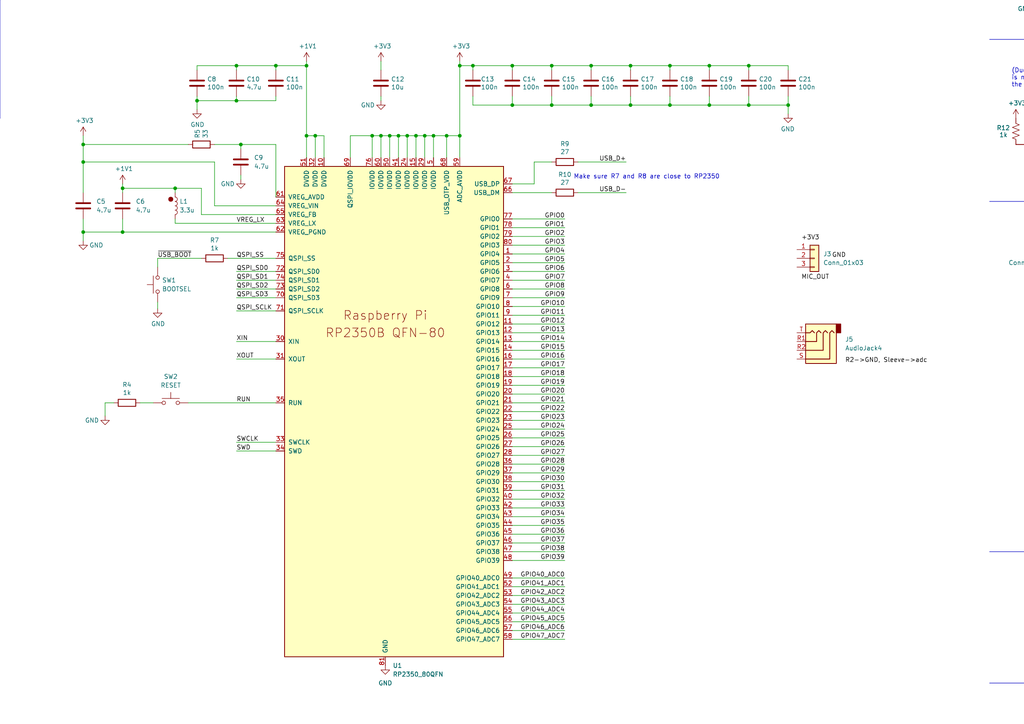
<source format=kicad_sch>
(kicad_sch (version 20250114) (generator "eeschema") (generator_version "9.0")
  (paper "A4")
  (circle (center 49.53 57.785) (radius 0.635) (stroke (width 0) (color 132 0 0 1)) (fill (type color) (color 132 0 0 1)))
  (text "Bottom Debug Breakout" (at 306.324 170.688 0) (effects (font (size 2.54 2.54)) (justify left bottom)))
  (text "Make sure R7 and R8 are close to RP2350\n" (at 166.37 52.07 0) (effects (font (size 1.27 1.27)) (justify left bottom)))
  (text "Primary Flash" (at -136.7394 77.3548 0) (effects (font (size 2.54 2.54)) (justify left bottom)))
  (text "User Buttons" (at 314.96 17.78 0) (effects (font (size 2.54 2.54)) (justify left bottom)))
  (text "(Due to RP2350-E9 errata on the A2 stepping, a weaker pull-down \nis necessary to ensure the pin will go back down to zero when \nthe button is pressed.)" (at 293.37 25.4 0) (effects (font (size 1.27 1.27)) (justify left bottom)))
  (text "USB ESD Protection" (at -125.984 70.612 0) (effects (font (size 2.54 2.54)) (justify left bottom)))
  (text "User LEDs" (at 320.294 -27.432 0) (effects (font (size 2.54 2.54)) (justify left bottom)))
  (text "IOs" (at 324.866 68.326 0) (effects (font (size 2.54 2.54)) (justify left bottom)))
  (text "https://hackaday.com/2024/09/04/the-worsening-raspberry-pi-rp2350-e9-erratum-situation/" (at 327.66 55.88 0) (effects (font (size 0.635 0.635))))
  (text "12MHz Crystal" (at -138.5174 151.2688 0) (effects (font (size 2.54 2.54)) (justify left bottom)))
  (text "Power" (at -99.06 6.35 0) (effects (font (size 2.54 2.54)) (justify left bottom)))
  (junction (at -45.72 17.78))
  (junction (at 148.59 19.05))
  (junction (at 182.88 19.05))
  (junction (at 107.95 39.37))
  (junction (at -118.1974 90.3088))
  (junction (at 194.31 19.05))
  (junction (at -149.9474 169.0488))
  (junction (at 148.59 30.48))
  (junction (at -128.3574 169.0488))
  (junction (at 125.73 39.37))
  (junction (at 80.01 19.05))
  (junction (at 194.31 30.48))
  (junction (at 217.17 19.05))
  (junction (at 182.88 30.48))
  (junction (at 171.45 19.05))
  (junction (at -152.4 58.42))
  (junction (at -128.3574 158.8888))
  (junction (at -105.41 17.78))
  (junction (at 57.15 29.21))
  (junction (at 91.44 39.37))
  (junction (at 137.16 19.05))
  (junction (at 113.03 39.37))
  (junction (at 344.17 41.91))
  (junction (at -129.54 38.1))
  (junction (at 217.17 30.48))
  (junction (at 133.35 39.37))
  (junction (at -109.22 25.4))
  (junction (at 35.56 54.61))
  (junction (at 88.9 39.37))
  (junction (at 110.49 39.37))
  (junction (at 68.58 29.21))
  (junction (at 314.96 41.91))
  (junction (at 129.54 39.37))
  (junction (at 88.9 19.05))
  (junction (at 304.8 41.91))
  (junction (at 24.13 41.91))
  (junction (at 354.33 41.91))
  (junction (at -85.09 17.78))
  (junction (at 50.8 54.61))
  (junction (at 344.17 49.53))
  (junction (at 205.74 30.48))
  (junction (at 118.11 39.37))
  (junction (at -129.54 30.48))
  (junction (at 35.56 67.31))
  (junction (at 115.57 39.37))
  (junction (at 123.19 39.37))
  (junction (at 133.35 19.05))
  (junction (at 171.45 30.48))
  (junction (at 69.85 41.91))
  (junction (at 24.13 46.99))
  (junction (at 24.13 67.31))
  (junction (at 304.8 49.53))
  (junction (at 120.65 39.37))
  (junction (at 228.6 30.48))
  (junction (at 68.58 19.05))
  (junction (at 160.02 30.48))
  (junction (at 160.02 19.05))
  (junction (at -81.28 17.78))
  (junction (at 205.74 19.05))
  (wire (pts (xy -149.9474 158.8888) (xy -149.9474 169.0488)))
  (wire (pts (xy 68.58 81.28) (xy 80.01 81.28)))
  (wire (pts (xy 68.58 104.14) (xy 80.01 104.14)))
  (wire (pts (xy 148.59 142.24) (xy 163.83 142.24)))
  (wire (pts (xy 334.01 180.34) (xy 350.52 180.34)))
  (wire (pts (xy -160.02 110.6288) (xy -130.8974 110.6288)))
  (wire (pts (xy 317.5 106.68) (xy 304.8 106.68)))
  (wire (pts (xy 68.58 86.36) (xy 80.01 86.36)))
  (wire (pts (xy 349.25 121.92) (xy 336.55 121.92)))
  (wire (pts (xy 321.31 -19.05) (xy 321.31 -13.97)))
  (wire (pts (xy 317.5 86.36) (xy 304.8 86.36)))
  (wire (pts (xy 148.59 109.22) (xy 163.83 109.22)))
  (wire (pts (xy 88.9 39.37) (xy 88.9 45.72)))
  (wire (pts (xy 194.31 19.05) (xy 205.74 19.05)))
  (wire (pts (xy 148.59 152.4) (xy 163.83 152.4)))
  (wire (pts (xy 349.25 93.98) (xy 336.55 93.98)))
  (wire (pts (xy 148.59 99.06) (xy 163.83 99.06)))
  (polyline (pts (xy -162.56 0) (xy 0 0)))
  (wire (pts (xy 58.42 74.93) (xy 45.72 74.93)))
  (wire (pts (xy -129.54 17.78) (xy -105.41 17.78)))
  (wire (pts (xy -118.1974 89.0388) (xy -118.1974 90.3088)))
  (wire (pts (xy 349.25 124.46) (xy 336.55 124.46)))
  (wire (pts (xy 217.17 20.32) (xy 217.17 19.05)))
  (wire (pts (xy 304.8 134.62) (xy 317.5 134.62)))
  (wire (pts (xy -55.88 17.78) (xy -45.72 17.78)))
  (wire (pts (xy 182.88 20.32) (xy 182.88 19.05)))
  (wire (pts (xy 148.59 88.9) (xy 163.83 88.9)))
  (wire (pts (xy -85.09 17.78) (xy -81.28 17.78)))
  (wire (pts (xy -152.4 55.88) (xy -152.4 58.42)))
  (wire (pts (xy 54.61 116.84) (xy 80.01 116.84)))
  (wire (pts (xy 148.59 157.48) (xy 163.83 157.48)))
  (wire (pts (xy 317.5 114.3) (xy 304.8 114.3)))
  (wire (pts (xy -129.54 38.1) (xy -129.54 54.61)))
  (wire (pts (xy 40.64 116.84) (xy 44.45 116.84)))
  (wire (pts (xy 228.6 20.32) (xy 228.6 19.05)))
  (wire (pts (xy 323.85 81.28) (xy 304.8 81.28)))
  (wire (pts (xy 317.5 109.22) (xy 304.8 109.22)))
  (wire (pts (xy -139.7874 158.8888) (xy -128.3574 158.8888)))
  (wire (pts (xy 148.59 66.04) (xy 163.83 66.04)))
  (wire (pts (xy 148.59 83.82) (xy 163.83 83.82)))
  (wire (pts (xy 148.59 78.74) (xy 163.83 78.74)))
  (wire (pts (xy -85.09 16.51) (xy -85.09 17.78)))
  (polyline (pts (xy -162.56 0) (xy -162.56 1.27)))
  (wire (pts (xy -63.5 25.4) (xy -63.5 26.67)))
  (wire (pts (xy -45.72 26.67) (xy -45.72 27.94)))
  (wire (pts (xy -144.78 58.42) (xy -152.4 58.42)))
  (wire (pts (xy -118.1974 123.3288) (xy -118.1974 124.5988)))
  (wire (pts (xy 317.5 101.6) (xy 304.8 101.6)))
  (wire (pts (xy 336.55 129.54) (xy 349.25 129.54)))
  (wire (pts (xy -128.3574 167.7788) (xy -128.3574 169.0488)))
  (wire (pts (xy -152.4 58.42) (xy -152.4 59.69)))
  (wire (pts (xy -139.7874 169.0488) (xy -128.3574 169.0488)))
  (wire (pts (xy 24.13 46.99) (xy 62.23 46.99)))
  (wire (pts (xy 148.59 119.38) (xy 163.83 119.38)))
  (wire (pts (xy 91.44 39.37) (xy 93.98 39.37)))
  (wire (pts (xy 68.58 130.81) (xy 80.01 130.81)))
  (wire (pts (xy 68.58 19.05) (xy 80.01 19.05)))
  (wire (pts (xy 336.55 132.08) (xy 349.25 132.08)))
  (wire (pts (xy 123.19 39.37) (xy 123.19 45.72)))
  (wire (pts (xy 24.13 41.91) (xy 24.13 46.99)))
  (wire (pts (xy 68.58 90.17) (xy 80.01 90.17)))
  (wire (pts (xy 317.5 121.92) (xy 304.8 121.92)))
  (wire (pts (xy 50.8 64.77) (xy 80.01 64.77)))
  (wire (pts (xy 137.16 19.05) (xy 148.59 19.05)))
  (wire (pts (xy 120.65 39.37) (xy 123.19 39.37)))
  (wire (pts (xy -134.7074 163.9688) (xy -133.4374 163.9688)))
  (wire (pts (xy 148.59 180.34) (xy 163.83 180.34)))
  (wire (pts (xy 160.02 30.48) (xy 148.59 30.48)))
  (wire (pts (xy 349.25 111.76) (xy 336.55 111.76)))
  (wire (pts (xy 88.9 19.05) (xy 88.9 39.37)))
  (wire (pts (xy -101.6 54.61) (xy -92.71 54.61)))
  (polyline (pts (xy -82.6374 186.8288) (xy -82.6374 132.2188)))
  (wire (pts (xy 228.6 30.48) (xy 217.17 30.48)))
  (wire (pts (xy 88.9 17.78) (xy 88.9 19.05)))
  (wire (pts (xy 113.03 39.37) (xy 113.03 45.72)))
  (wire (pts (xy 336.55 142.24) (xy 349.25 142.24)))
  (wire (pts (xy 349.25 119.38) (xy 336.55 119.38)))
  (wire (pts (xy 57.15 19.05) (xy 68.58 19.05)))
  (wire (pts (xy 80.01 19.05) (xy 88.9 19.05)))
  (wire (pts (xy 125.73 39.37) (xy 125.73 45.72)))
  (wire (pts (xy 336.55 127) (xy 349.25 127)))
  (wire (pts (xy -124.46 52.07) (xy -111.76 52.07)))
  (wire (pts (xy 217.17 19.05) (xy 228.6 19.05)))
  (wire (pts (xy 107.95 39.37) (xy 110.49 39.37)))
  (wire (pts (xy -45.72 17.78) (xy -45.72 16.51)))
  (wire (pts (xy -101.6 52.07) (xy -92.71 52.07)))
  (polyline (pts (xy 287.02 160.02) (xy 368.3 160.02)))
  (wire (pts (xy 304.8 132.08) (xy 317.5 132.08)))
  (wire (pts (xy 317.5 111.76) (xy 304.8 111.76)))
  (wire (pts (xy 317.5 147.32) (xy 304.8 147.32)))
  (wire (pts (xy -81.28 19.05) (xy -81.28 17.78)))
  (wire (pts (xy 80.01 20.32) (xy 80.01 19.05)))
  (wire (pts (xy 349.25 83.82) (xy 336.55 83.82)))
  (wire (pts (xy 317.5 99.06) (xy 304.8 99.06)))
  (wire (pts (xy 91.44 39.37) (xy 91.44 45.72)))
  (wire (pts (xy 148.59 121.92) (xy 163.83 121.92)))
  (wire (pts (xy -121.92 25.4) (xy -109.22 25.4)))
  (wire (pts (xy 148.59 116.84) (xy 163.83 116.84)))
  (wire (pts (xy 304.8 124.46) (xy 317.5 124.46)))
  (wire (pts (xy 317.5 88.9) (xy 304.8 88.9)))
  (wire (pts (xy 110.49 39.37) (xy 110.49 45.72)))
  (wire (pts (xy 118.11 39.37) (xy 120.65 39.37)))
  (wire (pts (xy 182.88 27.94) (xy 182.88 30.48)))
  (wire (pts (xy 148.59 63.5) (xy 163.83 63.5)))
  (wire (pts (xy 133.35 45.72) (xy 133.35 39.37)))
  (wire (pts (xy 110.49 17.78) (xy 110.49 20.32)))
  (wire (pts (xy 336.55 144.78) (xy 349.25 144.78)))
  (wire (pts (xy 148.59 27.94) (xy 148.59 30.48)))
  (wire (pts (xy 349.25 99.06) (xy 336.55 99.06)))
  (wire (pts (xy 101.6 39.37) (xy 101.6 45.72)))
  (wire (pts (xy 194.31 20.32) (xy 194.31 19.05)))
  (wire (pts (xy 171.45 27.94) (xy 171.45 30.48)))
  (wire (pts (xy 148.59 185.42) (xy 163.83 185.42)))
  (wire (pts (xy 148.59 71.12) (xy 163.83 71.12)))
  (wire (pts (xy 148.59 134.62) (xy 163.83 134.62)))
  (wire (pts (xy -105.4974 118.2488) (xy -92.7974 118.2488)))
  (wire (pts (xy 62.23 46.99) (xy 62.23 59.69)))
  (wire (pts (xy 148.59 96.52) (xy 163.83 96.52)))
  (wire (pts (xy -111.8474 90.3088) (xy -118.1974 90.3088)))
  (wire (pts (xy 148.59 144.78) (xy 163.83 144.78)))
  (wire (pts (xy 148.59 20.32) (xy 148.59 19.05)))
  (wire (pts (xy 228.6 27.94) (xy 228.6 30.48)))
  (wire (pts (xy 317.5 96.52) (xy 304.8 96.52)))
  (wire (pts (xy -128.3574 158.8888) (xy -96.6074 158.8888)))
  (wire (pts (xy 344.17 49.53) (xy 354.33 49.53)))
  (wire (pts (xy 317.5 91.44) (xy 304.8 91.44)))
  (wire (pts (xy -147.4074 169.0488) (xy -149.9474 169.0488)))
  (wire (pts (xy 35.56 54.61) (xy 50.8 54.61)))
  (wire (pts (xy 69.85 41.91) (xy 69.85 43.18)))
  (wire (pts (xy 349.25 116.84) (xy 336.55 116.84)))
  (wire (pts (xy -29.21 7.62) (xy -29.21 12.7)))
  (wire (pts (xy 148.59 147.32) (xy 163.83 147.32)))
  (wire (pts (xy 115.57 39.37) (xy 115.57 45.72)))
  (wire (pts (xy 349.25 96.52) (xy 336.55 96.52)))
  (wire (pts (xy 349.25 78.74) (xy 336.55 78.74)))
  (wire (pts (xy 57.15 27.94) (xy 57.15 29.21)))
  (polyline (pts (xy 368.3 11.43) (xy 368.3 -35.56)))
  (wire (pts (xy 349.25 88.9) (xy 336.55 88.9)))
  (wire (pts (xy 167.64 46.99) (xy 181.61 46.99)))
  (polyline (pts (xy -82.55 34.29) (xy 0 34.29)))
  (wire (pts (xy 317.5 116.84) (xy 304.8 116.84)))
  (wire (pts (xy 101.6 39.37) (xy 107.95 39.37)))
  (polyline (pts (xy 0 34.29) (xy 0 0)))
  (wire (pts (xy 148.59 114.3) (xy 163.83 114.3)))
  (wire (pts (xy 148.59 170.18) (xy 163.83 170.18)))
  (wire (pts (xy 344.17 41.91) (xy 354.33 41.91)))
  (wire (pts (xy -142.9624 115.7088) (xy -130.8974 115.7088)))
  (wire (pts (xy 304.8 41.91) (xy 314.96 41.91)))
  (wire (pts (xy 45.72 74.93) (xy 45.72 77.47)))
  (wire (pts (xy 30.48 116.84) (xy 30.48 120.65)))
  (wire (pts (xy -109.22 22.86) (xy -121.92 22.86)))
  (polyline (pts (xy -162.6474 133.4888) (xy -162.6474 186.8288)))
  (wire (pts (xy 148.59 76.2) (xy 163.83 76.2)))
  (polyline (pts (xy 368.3 58.42) (xy 287.02 58.42)))
  (wire (pts (xy 62.23 59.69) (xy 80.01 59.69)))
  (wire (pts (xy 68.58 29.21) (xy 80.01 29.21)))
  (wire (pts (xy 24.13 63.5) (xy 24.13 67.31)))
  (wire (pts (xy 24.13 46.99) (xy 24.13 55.88)))
  (wire (pts (xy -71.12 17.78) (xy -81.28 17.78)))
  (wire (pts (xy 148.59 149.86) (xy 163.83 149.86)))
  (wire (pts (xy 148.59 93.98) (xy 163.83 93.98)))
  (wire (pts (xy 68.58 128.27) (xy 80.01 128.27)))
  (wire (pts (xy -105.4974 110.6288) (xy -92.7974 110.6288)))
  (wire (pts (xy 68.58 20.32) (xy 68.58 19.05)))
  (wire (pts (xy -105.41 16.51) (xy -105.41 17.78)))
  (wire (pts (xy 148.59 91.44) (xy 163.83 91.44)))
  (wire (pts (xy 33.02 116.84) (xy 30.48 116.84)))
  (wire (pts (xy 58.42 54.61) (xy 50.8 54.61)))
  (wire (pts (xy 148.59 177.8) (xy 163.83 177.8)))
  (wire (pts (xy 317.5 104.14) (xy 304.8 104.14)))
  (wire (pts (xy 304.8 142.24) (xy 317.5 142.24)))
  (wire (pts (xy -118.1974 90.3088) (xy -118.1974 103.0088)))
  (wire (pts (xy 24.13 41.91) (xy 54.61 41.91)))
  (wire (pts (xy 349.25 104.14) (xy 336.55 104.14)))
  (wire (pts (xy 120.65 39.37) (xy 120.65 45.72)))
  (wire (pts (xy 148.59 104.14) (xy 163.83 104.14)))
  (wire (pts (xy 148.59 167.64) (xy 163.83 167.64)))
  (wire (pts (xy 35.56 63.5) (xy 35.56 67.31)))
  (wire (pts (xy 308.61 177.8) (xy 321.31 177.8)))
  (wire (pts (xy 35.56 53.34) (xy 35.56 54.61)))
  (wire (pts (xy 314.96 41.91) (xy 318.77 41.91)))
  (wire (pts (xy 80.01 29.21) (xy 80.01 27.94)))
  (wire (pts (xy 323.85 81.28) (xy 323.85 80.01)))
  (polyline (pts (xy -82.6374 133.4888) (xy -82.6374 67.4488)))
  (wire (pts (xy 148.59 86.36) (xy 163.83 86.36)))
  (wire (pts (xy 137.16 20.32) (xy 137.16 19.05)))
  (wire (pts (xy 113.03 39.37) (xy 115.57 39.37)))
  (wire (pts (xy 133.35 17.78) (xy 133.35 19.05)))
  (wire (pts (xy -13.97 7.62) (xy -13.97 12.7)))
  (wire (pts (xy 336.55 139.7) (xy 349.25 139.7)))
  (wire (pts (xy 57.15 29.21) (xy 68.58 29.21)))
  (wire (pts (xy 88.9 39.37) (xy 91.44 39.37)))
  (wire (pts (xy 123.19 39.37) (xy 125.73 39.37)))
  (wire (pts (xy 68.58 78.74) (xy 80.01 78.74)))
  (wire (pts (xy 205.74 19.05) (xy 217.17 19.05)))
  (wire (pts (xy 148.59 137.16) (xy 163.83 137.16)))
  (wire (pts (xy 148.59 111.76) (xy 163.83 111.76)))
  (wire (pts (xy 24.13 39.37) (xy 24.13 41.91)))
  (polyline (pts (xy 287.02 198.12) (xy 368.3 198.12)))
  (wire (pts (xy 304.8 129.54) (xy 317.5 129.54)))
  (wire (pts (xy -81.28 26.67) (xy -81.28 27.94)))
  (wire (pts (xy 160.02 20.32) (xy 160.02 19.05)))
  (wire (pts (xy 194.31 27.94) (xy 194.31 30.48)))
  (wire (pts (xy 148.59 101.6) (xy 163.83 101.6)))
  (wire (pts (xy 228.6 30.48) (xy 228.6 33.02)))
  (wire (pts (xy -160.02 110.49) (xy -160.02 110.6288)))
  (wire (pts (xy 160.02 27.94) (xy 160.02 30.48)))
  (wire (pts (xy 68.58 99.06) (xy 80.01 99.06)))
  (wire (pts (xy -45.72 19.05) (xy -45.72 17.78)))
  (wire (pts (xy 69.85 52.07) (xy 69.85 50.8)))
  (wire (pts (xy 182.88 30.48) (xy 171.45 30.48)))
  (polyline (pts (xy 368.3 11.43) (xy 287.02 11.43)))
  (wire (pts (xy 57.15 20.32) (xy 57.15 19.05)))
  (wire (pts (xy -129.54 30.48) (xy -129.54 33.02)))
  (wire (pts (xy 148.59 19.05) (xy 160.02 19.05)))
  (wire (pts (xy 171.45 20.32) (xy 171.45 19.05)))
  (wire (pts (xy 148.59 162.56) (xy 163.83 162.56)))
  (polyline (pts (xy 368.3 160.02) (xy 368.3 58.42)))
  (polyline (pts (xy -162.6474 133.4888) (xy -82.6374 133.4888)))
  (wire (pts (xy 93.98 39.37) (xy 93.98 45.72)))
  (wire (pts (xy 133.35 19.05) (xy 133.35 39.37)))
  (wire (pts (xy -147.4074 158.8888) (xy -149.9474 158.8888)))
  (wire (pts (xy 107.95 39.37) (xy 107.95 45.72)))
  (wire (pts (xy 50.8 64.77) (xy 50.8 63.5)))
  (wire (pts (xy 304.8 139.7) (xy 317.5 139.7)))
  (wire (pts (xy 300.99 -19.05) (xy 300.99 -13.97)))
  (wire (pts (xy 133.35 19.05) (xy 137.16 19.05)))
  (wire (pts (xy 125.73 39.37) (xy 129.54 39.37)))
  (wire (pts (xy -106.7674 169.0488) (xy -96.6074 169.0488)))
  (wire (pts (xy -105.4974 115.7088) (xy -92.7974 115.7088)))
  (wire (pts (xy 148.59 160.02) (xy 163.83 160.02)))
  (wire (pts (xy 194.31 30.48) (xy 182.88 30.48)))
  (wire (pts (xy 148.59 154.94) (xy 163.83 154.94)))
  (wire (pts (xy -128.3574 160.1588) (xy -128.3574 158.8888)))
  (polyline (pts (xy -82.55 74.93) (xy -82.55 34.29)))
  (wire (pts (xy 129.54 39.37) (xy 133.35 39.37)))
  (wire (pts (xy 148.59 106.68) (xy 163.83 106.68)))
  (wire (pts (xy 137.16 27.94) (xy 137.16 30.48)))
  (wire (pts (xy 349.25 106.68) (xy 336.55 106.68)))
  (wire (pts (xy 57.15 29.21) (xy 57.15 31.75)))
  (wire (pts (xy 205.74 30.48) (xy 194.31 30.48)))
  (wire (pts (xy 317.5 83.82) (xy 304.8 83.82)))
  (wire (pts (xy 349.25 114.3) (xy 336.55 114.3)))
  (wire (pts (xy 354.33 41.91) (xy 359.41 41.91)))
  (wire (pts (xy 148.59 127) (xy 163.83 127)))
  (wire (pts (xy -111.8474 99.1988) (xy -111.8474 100.4688)))
  (wire (pts (xy 148.59 129.54) (xy 163.83 129.54)))
  (wire (pts (xy 321.31 187.96) (xy 321.31 182.88)))
  (wire (pts (xy 69.85 41.91) (xy 80.01 41.91)))
  (wire (pts (xy -91.44 17.78) (xy -85.09 17.78)))
  (wire (pts (xy 304.8 127) (xy 317.5 127)))
  (wire (pts (xy -144.78 55.88) (xy -144.78 58.42)))
  (wire (pts (xy -124.46 30.48) (xy -124.46 52.07)))
  (wire (pts (xy -129.54 35.56) (xy -129.54 38.1)))
  (wire (pts (xy 330.2 81.28) (xy 349.25 81.28)))
  (wire (pts (xy 148.59 132.08) (xy 163.83 132.08)))
  (wire (pts (xy 304.8 49.53) (xy 314.96 49.53)))
  (wire (pts (xy 62.23 41.91) (xy 69.85 41.91)))
  (wire (pts (xy 66.04 74.93) (xy 80.01 74.93)))
  (wire (pts (xy 110.49 39.37) (xy 113.03 39.37)))
  (wire (pts (xy 24.13 67.31) (xy 35.56 67.31)))
  (wire (pts (xy 148.59 55.88) (xy 160.02 55.88)))
  (wire (pts (xy 339.09 -19.05) (xy 339.09 -13.97)))
  (wire (pts (xy 148.59 172.72) (xy 163.83 172.72)))
  (wire (pts (xy 35.56 67.31) (xy 80.01 67.31)))
  (wire (pts (xy 304.8 137.16) (xy 317.5 137.16)))
  (wire (pts (xy 118.11 39.37) (xy 118.11 45.72)))
  (wire (pts (xy -123.2774 163.9688) (xy -122.0074 163.9688)))
  (wire (pts (xy 317.5 119.38) (xy 304.8 119.38)))
  (wire (pts (xy 304.8 78.74) (xy 317.5 78.74)))
  (wire (pts (xy -109.22 25.4) (xy -109.22 22.86)))
  (wire (pts (xy 68.58 27.94) (xy 68.58 29.21)))
  (wire (pts (xy 58.42 62.23) (xy 58.42 54.61)))
  (wire (pts (xy -149.9474 169.0488) (xy -149.9474 171.5888)))
  (wire (pts (xy 24.13 67.31) (xy 24.13 69.85)))
  (wire (pts (xy 148.59 182.88) (xy 163.83 182.88)))
  (wire (pts (xy 349.25 91.44) (xy 336.55 91.44)))
  (wire (pts (xy 154.94 46.99) (xy 154.94 53.34)))
  (wire (pts (xy 148.59 73.66) (xy 163.83 73.66)))
  (wire (pts (xy 217.17 30.48) (xy 205.74 30.48)))
  (wire (pts (xy 58.42 62.23) (xy 80.01 62.23)))
  (wire (pts (xy 110.49 27.94) (xy 110.49 29.21)))
  (wire (pts (xy 349.25 147.32) (xy 336.55 147.32)))
  (wire (pts (xy 171.45 30.48) (xy 160.02 30.48)))
  (wire (pts (xy 35.56 55.88) (xy 35.56 54.61)))
  (wire (pts (xy 45.72 87.63) (xy 45.72 89.535)))
  (wire (pts (xy 115.57 39.37) (xy 118.11 39.37)))
  (wire (pts (xy 349.25 86.36) (xy 336.55 86.36)))
  (wire (pts (xy 182.88 19.05) (xy 194.31 19.05)))
  (wire (pts (xy 304.8 144.78) (xy 317.5 144.78)))
  (polyline (pts (xy 368.3 198.12) (xy 368.3 160.02)))
  (wire (pts (xy 355.6 -19.05) (xy 355.6 -13.97)))
  (wire (pts (xy 349.25 109.22) (xy 336.55 109.22)))
  (wire (pts (xy 80.01 41.91) (xy 80.01 57.15)))
  (wire (pts (xy 217.17 27.94) (xy 217.17 30.48)))
  (wire (pts (xy 205.74 20.32) (xy 205.74 19.05)))
  (wire (pts (xy 349.25 101.6) (xy 336.55 101.6)))
  (wire (pts (xy 154.94 46.99) (xy 160.02 46.99)))
  (polyline (pts (xy 368.3 58.42) (xy 368.3 11.43)))
  (wire (pts (xy 148.59 68.58) (xy 163.83 68.58)))
  (wire (pts (xy 205.74 27.94) (xy 205.74 30.48)))
  (wire (pts (xy 317.5 93.98) (xy 304.8 93.98)))
  (wire (pts (xy 167.64 55.88) (xy 181.61 55.88)))
  (wire (pts (xy 148.59 30.48) (xy 137.16 30.48)))
  (wire (pts (xy 50.8 54.61) (xy 50.8 55.88)))
  (wire (pts (xy 68.58 83.82) (xy 80.01 83.82)))
  (wire (pts (xy 330.2 81.28) (xy 330.2 80.01)))
  (wire (pts (xy 148.59 124.46) (xy 163.83 124.46)))
  (wire (pts (xy 148.59 139.7) (xy 163.83 139.7)))
  (wire (pts (xy -124.46 30.48) (xy -129.54 30.48)))
  (wire (pts (xy 336.55 134.62) (xy 349.25 134.62)))
  (wire (pts (xy -129.54 54.61) (xy -111.76 54.61)))
  (polyline (pts (xy -162.56 186.69) (xy -82.55 186.69)) (stroke (width 0) (type solid)))
  (wire (pts (xy 148.59 81.28) (xy 163.83 81.28)))
  (wire (pts (xy -105.4974 108.0888) (xy -92.7974 108.0888)))
  (wire (pts (xy 160.02 19.05) (xy 171.45 19.05)))
  (wire (pts (xy 171.45 19.05) (xy 182.88 19.05)))
  (wire (pts (xy -105.41 17.78) (xy -101.6 17.78)))
  (wire (pts (xy -111.8474 91.5788) (xy -111.8474 90.3088)))
  (polyline (pts (xy -162.56 0) (xy -162.6474 133.4888)))
  (wire (pts (xy 148.59 175.26) (xy 163.83 175.26)))
  (wire (pts (xy 148.59 53.34) (xy 154.94 53.34)))
  (wire (pts (xy 336.55 137.16) (xy 349.25 137.16)))
  (wire (pts (xy -109.22 27.94) (xy -109.22 25.4)))
  (wire (pts (xy 129.54 45.72) (xy 129.54 39.37)))
  (wire (pts (xy -128.3574 169.0488) (xy -114.3874 169.0488)))
  (label "GPIO28" (at 163.83 134.62 180))
  (label "GPIO35" (at 163.83 152.4 180))
  (label "GPIO16" (at 317.5 124.46 180))
  (label "GPIO34" (at 163.83 149.86 180))
  (label "GPIO4" (at 163.83 73.66 180))
  (label "GPIO42_ADC2" (at 336.55 96.52 0))
  (label "XOUT" (at 68.58 104.14 0))
  (label "USB_D+" (at 181.61 46.99 180))
  (label "GPIO2" (at 163.83 68.58 180))
  (label "GPIO21" (at 163.83 116.84 180))
  (label "USB_D+" (at -92.71 54.61 180))
  (label "R2->GND, Sleeve->adc" (at 245.11 105.41 0))
  (label "GPIO23" (at 321.31 -19.05 180))
  (label "GPIO19" (at 317.5 132.08 180))
  (label "GPIO43_ADC3" (at 163.83 175.26 180))
  (label "GPIO25" (at 336.55 139.7 0))
  (label "QSPI_SD0" (at 68.58 78.74 0))
  (label "GPIO11" (at 163.83 91.44 180))
  (label "GPIO10" (at 163.83 88.9 180))
  (label "GPIO25" (at 163.83 127 180))
  (label "SWCLK" (at 308.61 177.8 0))
  (label "GPIO7" (at 317.5 101.6 180))
  (label "GPIO1" (at 163.83 66.04 180))
  (label "GPIO3" (at 317.5 91.44 180))
  (label "XOUT" (at -96.6074 169.0488 180))
  (label "GPIO13" (at 163.83 96.52 180))
  (label "GPIO36" (at 336.55 111.76 0))
  (label "QSPI_SD2" (at -92.7974 115.7088 180))
  (label "GPIO20" (at 163.83 114.3 180))
  (label "SWCLK" (at 336.55 142.24 0))
  (label "GPIO27" (at 336.55 134.62 0))
  (label "GPIO31" (at 163.83 142.24 180))
  (label "GPIO35" (at 336.55 114.3 0))
  (label "QSPI_SD1" (at -92.7974 110.6288 180))
  (label "GPIO20" (at 317.5 134.62 180))
  (label "GPIO17" (at 317.5 127 180))
  (label "GPIO10" (at 317.5 109.22 180))
  (label "GPIO24" (at 339.09 -19.05 180))
  (label "GPIO42_ADC2" (at 163.83 172.72 180))
  (label "XIN" (at -96.6074 158.8888 180))
  (label "GPIO13" (at 317.5 116.84 180))
  (label "GPIO7" (at 163.83 81.28 180))
  (label "GPIO40_ADC0" (at 336.55 101.6 0))
  (label "VREG_LX" (at 68.58 64.77 0))
  (label "GPIO30" (at 163.83 139.7 180))
  (label "GPIO9" (at 317.5 106.68 180))
  (label "GPIO30" (at 336.55 127 0))
  (label "SWD" (at 68.58 130.81 0))
  (label "+3V3" (at 232.41 69.85 0))
  (label "GPIO43_ADC3" (at 336.55 93.98 0))
  (label "GPIO2" (at 317.5 88.9 180))
  (label "GPIO23" (at 317.5 142.24 180))
  (label "GPIO8" (at 163.83 83.82 180))
  (label "GPIO37" (at 336.55 109.22 0))
  (label "GPIO6" (at 317.5 99.06 180))
  (label "GPIO28" (at 336.55 132.08 0))
  (label "GPIO39" (at 336.55 104.14 0))
  (label "GPIO8" (at 317.5 104.14 180))
  (label "QSPI_SCLK" (at 68.58 90.17 0))
  (label "GPIO34" (at 336.55 116.84 0))
  (label "GPIO11" (at 317.5 111.76 180))
  (label "GPIO40_ADC0" (at 163.83 167.64 180))
  (label "~{USB_BOOT}" (at 45.72 74.93 0))
  (label "SWD" (at 336.55 144.78 0))
  (label "GPIO22" (at 163.83 119.38 180))
  (label "GPIO33" (at 336.55 119.38 0))
  (label "QSPI_SS" (at 68.58 74.93 0))
  (label "GPIO1" (at 317.5 86.36 180))
  (label "GPIO18" (at 317.5 129.54 180))
  (label "GPIO14" (at 317.5 119.38 180))
  (label "GPIO12" (at 163.83 93.98 180))
  (label "GPIO46_ADC6" (at 336.55 86.36 0))
  (label "GPIO46_ADC6" (at 163.83 182.88 180))
  (label "GPIO22" (at 317.5 139.7 180))
  (label "GPIO41_ADC1" (at 163.83 170.18 180))
  (label "GPIO6" (at 163.83 78.74 180))
  (label "USB_D-" (at -92.71 52.07 180))
  (label "RUN" (at 68.58 116.84 0))
  (label "GPIO39" (at 163.83 162.56 180))
  (label "GPIO29" (at 163.83 137.16 180))
  (label "GPIO21" (at 317.5 137.16 180))
  (label "GPIO29" (at 336.55 129.54 0))
  (label "GPIO3" (at 163.83 71.12 180))
  (label "GPIO18" (at 163.83 109.22 180))
  (label "QSPI_SD1" (at 68.58 81.28 0))
  (label "GPIO24" (at 163.83 124.46 180))
  (label "GPIO22" (at 300.99 -19.05 180))
  (label "GPIO5" (at 163.83 76.2 180))
  (label "GPIO16" (at 163.83 104.14 180))
  (label "GPIO47_ADC7" (at 163.83 185.42 180))
  (label "GPIO31" (at 336.55 124.46 0))
  (label "GND" (at 241.3 74.93 0))
  (label "GPIO27" (at 163.83 132.08 180))
  (label "XIN" (at 68.58 99.06 0))
  (label "GPIO19" (at 163.83 111.76 180))
  (label "GPIO26" (at 336.55 137.16 0))
  (label "QSPI_SD3" (at 68.58 86.36 0))
  (label "GPIO26" (at 359.41 41.91 0))
  (label "GPIO44_ADC4" (at 336.55 91.44 0))
  (label "GPIO47_ADC7" (at 336.55 83.82 0))
  (label "GPIO38" (at 163.83 160.02 180))
  (label "QSPI_SD3" (at -92.7974 118.2488 180))
  (label "GPIO4" (at 317.5 93.98 180))
  (label "FLASH_SS" (at -143.5974 110.6288 0))
  (label "GPIO25" (at 355.6 -19.05 180))
  (label "USB_D-" (at 181.61 55.88 180))
  (label "GPIO14" (at 163.83 99.06 180))
  (label "QSPI_SD0" (at -92.7974 108.0888 180))
  (label "GPIO38" (at 336.55 106.68 0))
  (label "GPIO24" (at 317.5 144.78 180))
  (label "GPIO44_ADC4" (at 163.83 177.8 180))
  (label "GPIO0" (at 163.83 63.5 180))
  (label "GPIO9" (at 163.83 86.36 180))
  (label "QSPI_SS" (at -160.02 110.49 0))
  (label "GPIO5" (at 317.5 96.52 180))
  (label "GPIO0" (at 317.5 83.82 180))
  (label "GPIO45_ADC5" (at 163.83 180.34 180))
  (label "MIC_OUT" (at 232.41 81.28 0))
  (label "GPIO21" (at 318.77 41.91 0))
  (label "GPIO15" (at 317.5 121.92 180))
  (label "GPIO33" (at 163.83 147.32 180))
  (label "GPIO45_ADC5" (at 336.55 88.9 0))
  (label "QSPI_SD2" (at 68.58 83.82 0))
  (label "GPIO12" (at 317.5 114.3 180))
  (label "SWCLK" (at 68.58 128.27 0))
  (label "GPIO37" (at 163.83 157.48 180))
  (label "GPIO32" (at 163.83 144.78 180))
  (label "GPIO32" (at 336.55 121.92 0))
  (label "QSPI_SCLK" (at -142.9624 115.7088 0))
  (label "GPIO26" (at 163.83 129.54 180))
  (label "GPIO15" (at 163.83 101.6 180))
  (label "SWD" (at 350.52 180.34 180))
  (label "GPIO17" (at 163.83 106.68 180))
  (label "GPIO23" (at 163.83 121.92 180))
  (label "GPIO36" (at 163.83 154.94 180))
  (label "GPIO41_ADC1" (at 336.55 99.06 0))
  (global_label "PSWD" (shape input) (at 334.01 182.88 0) (property "Intersheetrefs" "${INTERSHEET_REFS}" (effects (hide yes))))
  (global_label "PGND" (shape input) (at 334.01 177.8 0) (property "Intersheetrefs" "${INTERSHEET_REFS}" (effects (hide yes))))
  (global_label "PSWCLK" (shape input) (at 321.31 180.34 180) (property "Intersheetrefs" "${INTERSHEET_REFS}" (effects (hide yes))))
  (symbol (lib_id "Device:C") (at -143.5974 158.8888 270) (unit 1)
    (property "Reference" "C1" (at -142.429 161.8098 0) (effects (justify left)))
    (property "Value" "15p" (at -144.7404 161.8098 0) (effects (justify left)))
    (property "Footprint" "Capacitor_SMD:C_0402_1005Metric" (effects (hide yes)))
  )
  (symbol (lib_id "Device:C") (at -143.5974 169.0488 270) (unit 1)
    (property "Reference" "C2" (at -142.429 171.9698 0) (effects (justify left)))
    (property "Value" "15p" (at -144.7404 171.9698 0) (effects (justify left)))
    (property "Footprint" "Capacitor_SMD:C_0402_1005Metric" (effects (hide yes)))
  )
  (symbol (lib_id "power:GND") (at -149.9474 171.5888 0) (unit 1)
    (property "Reference" "#PWR0121" (effects (hide yes)))
    (property "Value" "GND" (at -149.8204 175.983 0))
  )
  (symbol (lib_id "power:+3V3") (at -118.1974 89.0388 0) (unit 1)
    (property "Reference" "#PWR0122" (effects (hide yes)))
    (property "Value" "+3V3" (at -117.8164 84.6446 0))
  )
  (symbol (lib_id "power:GND") (at -118.1974 124.5988 0) (unit 1)
    (property "Reference" "#PWR0123" (effects (hide yes)))
    (property "Value" "GND" (at -122.0074 125.8688 0))
  )
  (symbol (lib_id "Device:C") (at -111.8474 95.3888 0) (unit 1)
    (property "Reference" "C3" (at -108.9264 94.2204 0) (effects (justify left)))
    (property "Value" "100n" (at -108.9264 96.5318 0) (effects (justify left)))
    (property "Footprint" "Capacitor_SMD:C_0402_1005Metric" (effects (hide yes)))
  )
  (symbol (lib_id "power:GND") (at -111.8474 100.4688 0) (unit 1)
    (property "Reference" "#PWR0124" (effects (hide yes)))
    (property "Value" "GND" (at -108.0374 101.7388 0))
  )
  (symbol (lib_id "Device:R") (at 163.83 46.99 270) (unit 1)
    (property "Reference" "R9" (at 163.83 41.7322 90))
    (property "Value" "27" (at 163.83 44.0436 90))
    (property "Footprint" "Resistor_SMD:R_0402_1005Metric" (effects (hide yes)))
  )
  (symbol (lib_id "Device:R") (at 163.83 55.88 270) (unit 1)
    (property "Reference" "R10" (at 163.83 50.6222 90))
    (property "Value" "27" (at 163.83 52.9336 90))
    (property "Footprint" "Resistor_SMD:R_0402_1005Metric" (effects (hide yes)))
  )
  (symbol (lib_id "power:+3V3") (at 133.35 17.78 0) (unit 1)
    (property "Reference" "#PWR0102" (effects (hide yes)))
    (property "Value" "+3V3" (at 133.731 13.3858 0))
  )
  (symbol (lib_id "Device:C") (at 160.02 24.13 0) (unit 1)
    (property "Reference" "C15" (at 162.941 22.9616 0) (effects (justify left)))
    (property "Value" "100n" (at 162.941 25.273 0) (effects (justify left)))
    (property "Footprint" "Capacitor_SMD:C_0402_1005Metric" (effects (hide yes)))
  )
  (symbol (lib_id "Device:C") (at 171.45 24.13 0) (unit 1)
    (property "Reference" "C16" (at 174.371 22.9616 0) (effects (justify left)))
    (property "Value" "100n" (at 174.371 25.273 0) (effects (justify left)))
    (property "Footprint" "Capacitor_SMD:C_0402_1005Metric" (effects (hide yes)))
  )
  (symbol (lib_id "Device:C") (at 182.88 24.13 0) (unit 1)
    (property "Reference" "C17" (at 185.801 22.9616 0) (effects (justify left)))
    (property "Value" "100n" (at 185.801 25.273 0) (effects (justify left)))
    (property "Footprint" "Capacitor_SMD:C_0402_1005Metric" (effects (hide yes)))
  )
  (symbol (lib_id "Device:C") (at 194.31 24.13 0) (unit 1)
    (property "Reference" "C18" (at 197.231 22.9616 0) (effects (justify left)))
    (property "Value" "100n" (at 197.231 25.273 0) (effects (justify left)))
    (property "Footprint" "Capacitor_SMD:C_0402_1005Metric" (effects (hide yes)))
  )
  (symbol (lib_id "Device:C") (at 205.74 24.13 0) (unit 1)
    (property "Reference" "C19" (at 208.661 22.9616 0) (effects (justify left)))
    (property "Value" "100n" (at 208.661 25.273 0) (effects (justify left)))
    (property "Footprint" "Capacitor_SMD:C_0402_1005Metric" (effects (hide yes)))
  )
  (symbol (lib_id "Device:C") (at 217.17 24.13 0) (unit 1)
    (property "Reference" "C20" (at 220.091 22.9616 0) (effects (justify left)))
    (property "Value" "100n" (at 220.091 25.273 0) (effects (justify left)))
    (property "Footprint" "Capacitor_SMD:C_0402_1005Metric" (effects (hide yes)))
  )
  (symbol (lib_id "Device:R") (at -110.5774 169.0488 270) (unit 1)
    (property "Reference" "R3" (at -110.5774 163.791 90))
    (property "Value" "1k" (at -110.5774 166.1024 90))
    (property "Footprint" "Resistor_SMD:R_0402_1005Metric" (effects (hide yes)))
  )
  (symbol (lib_id "Device:Crystal_GND24") (at -128.3574 163.9688 270) (unit 1)
    (property "Reference" "Y1" (at -123.2774 161.4288 90) (effects (justify left)))
    (property "Value" "ABM8-272-T3" (at -134.7074 156.3488 90) (effects (justify left)))
    (property "Footprint" "Crystal:Crystal_SMD_3225-4Pin_3.2x2.5mm" (effects (hide yes)))
  )
  (symbol (lib_id "power:+3V3") (at 110.49 17.78 0) (unit 1)
    (property "Reference" "#PWR0104" (effects (hide yes)))
    (property "Value" "+3V3" (at 110.871 13.3858 0))
  )
  (symbol (lib_id "Device:C") (at 110.49 24.13 0) (unit 1)
    (property "Reference" "C12" (at 113.411 22.9616 0) (effects (justify left)))
    (property "Value" "10u" (at 113.411 25.273 0) (effects (justify left)))
    (property "Footprint" "Capacitor_SMD:C_0805_2012Metric" (effects (hide yes)))
  )
  (symbol (lib_id "power:GND") (at 110.49 29.21 0) (unit 1)
    (property "Reference" "#PWR0103" (effects (hide yes)))
    (property "Value" "GND" (at 106.68 30.48 0))
  )
  (symbol (lib_id "power:+3V3") (at 323.85 80.01 0) (unit 1)
    (property "Reference" "#PWR0132" (effects (hide yes)))
    (property "Value" "+3V3" (at 324.231 75.6158 0))
  )
  (symbol (lib_id "power:VBUS") (at 336.55 78.74 0) (unit 1)
    (property "Reference" "#PWR0134" (effects (hide yes)))
    (property "Value" "VBUS" (at 336.931 74.3458 0))
  )
  (symbol (lib_id "BAT60JFILM:BAT60JFILM") (at -101.6 17.78 0) (unit 1)
    (property "Reference" "CR1" (at -96.52 11.43 0) (effects (font (size 1.524 1.524))))
    (property "Value" "BAT60JFILM" (at -96.52 13.97 0) (effects (font (size 1.524 1.524))))
    (property "Footprint" "BAT60JFILM:CR_60JFILM_STM" (effects (hide yes)))
    (property "Datasheet" "BAT60JFILM" (effects (hide yes)))
  )
  (symbol (lib_id "Device:C") (at -81.28 22.86 0) (unit 1)
    (property "Reference" "C4" (at -78.359 21.6916 0) (effects (justify left)))
    (property "Value" "10u" (at -78.359 24.003 0) (effects (justify left)))
    (property "Footprint" "Capacitor_SMD:C_0805_2012Metric" (effects (hide yes)))
  )
  (symbol (lib_id "power:VBUS") (at -105.41 16.51 0) (unit 1)
    (property "Reference" "#PWR0113" (effects (hide yes)))
    (property "Value" "UVBUS" (at -105.029 12.1158 0))
  )
  (symbol (lib_id "power:GND") (at 45.72 89.535 0) (unit 1)
    (property "Reference" "#PWR0129" (effects (hide yes)))
    (property "Value" "GND" (at 45.847 93.9292 0))
  )
  (symbol (lib_id "Device:C") (at 80.01 24.13 0) (unit 1)
    (property "Reference" "C11" (at 82.931 22.9616 0) (effects (justify left)))
    (property "Value" "100n" (at 82.931 25.273 0) (effects (justify left)))
    (property "Footprint" "Capacitor_SMD:C_0402_1005Metric" (effects (hide yes)))
  )
  (symbol (lib_id "power:VBUS") (at 317.5 78.74 0) (unit 1)
    (property "Reference" "#PWR0131" (effects (hide yes)))
    (property "Value" "VBUS" (at 317.881 74.3458 0))
  )
  (symbol (lib_id "Power_Protection:USBLC6-2P6") (at -106.68 52.07 0) (unit 1)
    (property "Reference" "U9" (at -102.87 44.45 0) (effects (justify left)))
    (property "Value" "USBLC6-2P6" (at -102.87 46.99 0) (effects (justify left)))
    (property "Footprint" "Package_TO_SOT_SMD:SOT-666" (effects (hide yes)))
    (property "Datasheet" "https://www.st.com/resource/en/datasheet/usblc6-2.pdf" (effects (hide yes)))
    (property "Description" "Very low capacitance ESD protection diode, 2 data-line, SOT-666" (effects (hide yes)))
  )
  (symbol (lib_id "Device:LED") (at 321.31 -2.54 90) (unit 1)
    (property "Reference" "UD2" (at 325.12 -2.2226 90) (effects (justify right)))
    (property "Value" "YELLOW" (at 325.12 0.3174 90) (effects (justify right)))
    (property "Footprint" "LED_SMD:LED_0805_2012Metric" (effects (hide yes)))
    (property "Description" "Light emitting diode" (effects (hide yes)))
  )
  (symbol (lib_id "Device:R_US") (at 355.6 -10.16 0) (unit 1)
    (property "Reference" "R16" (at 358.14 -11.4301 0) (effects (justify left)))
    (property "Value" "510" (at 358.14 -8.8901 0) (effects (justify left)))
    (property "Footprint" "Resistor_SMD:R_0402_1005Metric" (effects (hide yes)))
    (property "Description" "Resistor, US symbol" (effects (hide yes)))
  )
  (symbol (lib_id "Device:R") (at 36.83 116.84 270) (unit 1)
    (property "Reference" "R4" (at 36.83 111.5822 90))
    (property "Value" "1k" (at 36.83 113.8936 90))
    (property "Footprint" "Resistor_SMD:R_0402_1005Metric" (effects (hide yes)))
  )
  (symbol (lib_id "Device:C") (at 148.59 24.13 0) (unit 1)
    (property "Reference" "C14" (at 151.511 22.9616 0) (effects (justify left)))
    (property "Value" "100n" (at 151.511 25.273 0) (effects (justify left)))
    (property "Footprint" "Capacitor_SMD:C_0402_1005Metric" (effects (hide yes)))
  )
  (symbol (lib_id "power:+3V3") (at 294.64 34.29 0) (unit 1)
    (property "Reference" "#PWR0141" (effects (hide yes)))
    (property "Value" "+3V3" (at 295.021 29.8958 0))
  )
  (symbol (lib_id "power:GND") (at -63.5 26.67 0) (unit 1)
    (property "Reference" "#PWR0111" (effects (hide yes)))
    (property "Value" "GND" (at -67.31 27.94 0))
  )
  (symbol (lib_id "Memory_Flash:W25Q128JVS") (at -118.1974 113.1688 0) (unit 1)
    (property "Reference" "U3" (at -127.0874 103.0088 0))
    (property "Value" "W25Q128JVS" (at -110.5774 123.3288 0))
    (property "Footprint" "Package_SO:SOIC-8_5.23x5.23mm_P1.27mm" (effects (hide yes)))
    (property "Datasheet" "http://www.winbond.com/resource-files/w25q128jv_dtr%20revc%2003272018%20plus.pdf" (effects (hide yes)))
  )
  (symbol (lib_id "Device:LED") (at -29.21 24.13 90) (unit 1)
    (property "Reference" "PD1" (at -25.4 24.4474 90) (effects (justify right)))
    (property "Value" "RED" (at -25.4 26.9874 90) (effects (justify right)))
    (property "Footprint" "LED_SMD:LED_0805_2012Metric" (effects (hide yes)))
    (property "Description" "Light emitting diode" (effects (hide yes)))
  )
  (symbol (lib_id "Device:C") (at 228.6 24.13 0) (unit 1)
    (property "Reference" "C21" (at 231.521 22.9616 0) (effects (justify left)))
    (property "Value" "100n" (at 231.521 25.273 0) (effects (justify left)))
    (property "Footprint" "Capacitor_SMD:C_0402_1005Metric" (effects (hide yes)))
  )
  (symbol (lib_id "power:VBUS") (at -106.68 46.99 0) (unit 1)
    (property "Reference" "#PWR5" (effects (hide yes)))
    (property "Value" "UVBUS" (at -106.299 42.5958 0))
  )
  (symbol (lib_id "power:GND") (at 304.8 49.53 0) (unit 1)
    (property "Reference" "#PWR0142" (effects (hide yes)))
    (property "Value" "GND" (at 300.99 50.8 0))
  )
  (symbol (lib_id "Device:R_US") (at 321.31 -10.16 0) (unit 1)
    (property "Reference" "R13" (at 323.85 -11.4301 0) (effects (justify left)))
    (property "Value" "2k" (at 323.85 -8.8901 0) (effects (justify left)))
    (property "Footprint" "Resistor_SMD:R_0402_1005Metric" (effects (hide yes)))
    (property "Description" "Resistor, US symbol" (effects (hide yes)))
  )
  (symbol (lib_id "power:+1V1") (at 35.56 53.34 0) (unit 1)
    (property "Reference" "#PWR0127" (effects (hide yes)))
    (property "Value" "+1V1" (at 35.941 48.9458 0))
  )
  (symbol (lib_id "power:+3V3") (at 330.2 80.01 0) (unit 1)
    (property "Reference" "#PWR0133" (effects (hide yes)))
    (property "Value" "+3V3" (at 330.581 75.6158 0))
  )
  (symbol (lib_id "Device:C") (at 344.17 45.72 0) (unit 1)
    (property "Reference" "C23" (at 347.091 44.5516 0) (effects (justify left)))
    (property "Value" "100n" (at 347.091 46.863 0) (effects (justify left)))
    (property "Footprint" "Capacitor_SMD:C_0402_1005Metric" (effects (hide yes)))
  )
  (symbol (lib_id "power:GND") (at -13.97 27.94 0) (unit 1)
    (property "Reference" "#PWR0115" (effects (hide yes)))
    (property "Value" "GND" (at -13.97 31.75 0))
  )
  (symbol (lib_id "Switch:SW_Push") (at 49.53 116.84 0) (unit 1)
    (property "Reference" "SW2" (at 49.53 109.22 0))
    (property "Value" "RESET" (at 49.53 111.76 0))
    (property "Footprint" "Button_Switch_SMD:SW_SPST_PTS647_Sx38" (effects (hide yes)))
  )
  (symbol (lib_id "Device:R_US") (at 300.99 -10.16 0) (unit 1)
    (property "Reference" "R11" (at 303.53 -11.4301 0) (effects (justify left)))
    (property "Value" "3k" (at 303.53 -8.8901 0) (effects (justify left)))
    (property "Footprint" "Resistor_SMD:R_0402_1005Metric" (effects (hide yes)))
    (property "Description" "Resistor, US symbol" (effects (hide yes)))
  )
  (symbol (lib_id "power:GND") (at -134.7074 163.9688 0) (unit 1)
    (property "Reference" "#PWR0120" (effects (hide yes)))
    (property "Value" "GND" (at -138.5174 165.2388 0))
  )
  (symbol (lib_id "Device:R_US") (at 354.33 45.72 180) (unit 1)
    (property "Reference" "R35" (at 359.41 44.45 0) (effects (justify left)))
    (property "Value" "10k" (at 359.41 46.99 0) (effects (justify left)))
    (property "Footprint" "Resistor_SMD:R_0402_1005Metric" (effects (hide yes)))
    (property "Description" "Resistor, US symbol" (effects (hide yes)))
  )
  (symbol (lib_id "power:GND") (at 339.09 1.27 0) (unit 1)
    (property "Reference" "#PWR0145" (effects (hide yes)))
    (property "Value" "GND" (at 335.28 2.54 0))
  )
  (symbol (lib_id "Device:LED") (at 339.09 -2.54 90) (unit 1)
    (property "Reference" "UD3" (at 342.9 -2.2226 90) (effects (justify right)))
    (property "Value" "GREEN" (at 342.9 0.3174 90) (effects (justify right)))
    (property "Footprint" "LED_SMD:LED_0805_2012Metric" (effects (hide yes)))
    (property "Description" "Light emitting diode" (effects (hide yes)))
  )
  (symbol (lib_id "power:GND") (at -106.68 59.69 0) (unit 1)
    (property "Reference" "#PWR03" (effects (hide yes)))
    (property "Value" "GND" (at -110.49 60.96 0))
  )
  (symbol (lib_id "Switch:SW_Push") (at 299.72 41.91 0) (unit 1)
    (property "Reference" "SW3" (at 299.72 34.29 0))
    (property "Value" "LEFT" (at 299.72 36.83 0))
    (property "Footprint" "Button_Switch_SMD:SW_SPST_PTS647_Sx38" (effects (hide yes)))
  )
  (symbol (lib_id "power:GND") (at 344.17 49.53 0) (unit 1)
    (property "Reference" "#PWR0139" (effects (hide yes)))
    (property "Value" "GND" (at 340.36 50.8 0))
  )
  (symbol (lib_id "Device:R_US") (at -29.21 16.51 0) (unit 1)
    (property "Reference" "R6" (at -26.67 15.2399 0) (effects (justify left)))
    (property "Value" "5.1k" (at -26.67 17.7799 0) (effects (justify left)))
    (property "Footprint" "Resistor_SMD:R_0402_1005Metric" (effects (hide yes)))
    (property "Description" "Resistor, US symbol" (effects (hide yes)))
  )
  (symbol (lib_id "Device:C") (at 69.85 46.99 0) (unit 1)
    (property "Reference" "C9" (at 73.66 45.72 0) (effects (justify left)))
    (property "Value" "4.7u" (at 73.66 48.26 0) (effects (justify left)))
    (property "Footprint" "Capacitor_SMD:C_0402_1005Metric" (effects (hide yes)))
  )
  (symbol (lib_id "Device:L") (at 50.8 59.69 0) (unit 1)
    (property "Reference" "L1" (at 52.07 58.42 0) (effects (justify left)))
    (property "Value" "3.3u" (at 52.07 60.96 0) (effects (justify left)))
    (property "Footprint" "RP2350_80QFN_minimal:L_pol_2016" (effects (hide yes)))
  )
  (symbol (lib_id "power:GND") (at 57.15 31.75 0) (unit 1)
    (property "Reference" "#PWR0126" (effects (hide yes)))
    (property "Value" "GND" (at 57.277 36.1442 0))
  )
  (symbol (lib_id "Device:LED") (at -13.97 24.13 90) (unit 1)
    (property "Reference" "PD2" (at -10.16 24.4474 90) (effects (justify right)))
    (property "Value" "GREEN" (at -10.16 26.9874 90) (effects (justify right)))
    (property "Footprint" "LED_SMD:LED_0805_2012Metric" (effects (hide yes)))
    (property "Description" "Light emitting diode" (effects (hide yes)))
  )
  (symbol (lib_id "Device:R_US") (at -125.73 22.86 90) (unit 1)
    (property "Reference" "R1" (effects (hide yes)))
    (property "Value" "5.1k" (at -125.73 20.066 90))
    (property "Footprint" "Resistor_SMD:R_0402_1005Metric" (effects (hide yes)))
    (property "Description" "Resistor, US symbol" (effects (hide yes)))
  )
  (symbol (lib_id "Device:R_US") (at 294.64 38.1 0) (unit 1)
    (property "Reference" "R12" (at 289.052 37.084 0) (effects (justify left)))
    (property "Value" "1k" (at 289.814 39.116 0) (effects (justify left)))
    (property "Footprint" "Resistor_SMD:R_0402_1005Metric" (effects (hide yes)))
    (property "Description" "Resistor, US symbol" (effects (hide yes)))
  )
  (symbol (lib_id "Connector_Generic:Conn_01x03") (at 236.22 74.93 0) (unit 1)
    (property "Reference" "J3" (at 238.76 73.6599 0) (effects (justify left)))
    (property "Value" "Conn_01x03" (at 238.76 76.1999 0) (effects (justify left)))
    (property "Description" "Generic connector, single row, 01x03, script generated (kicad-library-utils/schlib/autogen/connector/)" (effects (hide yes)))
  )
  (symbol (lib_id "power:GND") (at -81.28 27.94 0) (unit 1)
    (property "Reference" "#PWR0112" (effects (hide yes)))
    (property "Value" "GND" (at -85.09 29.21 0))
  )
  (symbol (lib_id "power:GND") (at 24.13 69.85 0) (mirror y) (unit 1)
    (property "Reference" "#PWR0128" (effects (hide yes)))
    (property "Value" "GND" (at 27.94 71.12 0))
  )
  (symbol (lib_id "power:GND") (at 355.6 1.27 0) (unit 1)
    (property "Reference" "#PWR0144" (effects (hide yes)))
    (property "Value" "GND" (at 351.79 2.54 0))
  )
  (symbol (lib_id "Device:C") (at -45.72 22.86 0) (unit 1)
    (property "Reference" "C7" (at -42.799 21.6916 0) (effects (justify left)))
    (property "Value" "10u" (at -42.799 24.003 0) (effects (justify left)))
    (property "Footprint" "Capacitor_SMD:C_0805_2012Metric" (effects (hide yes)))
  )
  (symbol (lib_id "power:+1V1") (at 88.9 17.78 0) (unit 1)
    (property "Reference" "#PWR0101" (effects (hide yes)))
    (property "Value" "+1V1" (at 89.281 13.3858 0))
  )
  (symbol (lib_id "Device:C") (at 35.56 59.69 0) (unit 1)
    (property "Reference" "C6" (at 39.37 58.42 0) (effects (justify left)))
    (property "Value" "4.7u" (at 39.37 60.96 0) (effects (justify left)))
    (property "Footprint" "RP2350_80QFN_minimal:C_0402_1005Metric_small_pads" (effects (hide yes)))
  )
  (symbol (lib_id "Connector_Audio:AudioJack4") (at 236.22 101.6 180) (unit 1)
    (property "Reference" "J5" (at 245.11 98.4249 0) (effects (justify right)))
    (property "Value" "AudioJack4" (at 245.11 100.9649 0) (effects (justify right)))
    (property "Description" "Audio Jack, 4 Poles (TRRS)" (effects (hide yes)))
  )
  (symbol (lib_id "Switch:SW_Push") (at 339.09 41.91 0) (unit 1)
    (property "Reference" "SW4" (at 339.09 34.29 0))
    (property "Value" "RIGHT" (at 339.09 36.83 0))
    (property "Footprint" "Button_Switch_SMD:SW_SPST_PTS647_Sx38" (effects (hide yes)))
  )
  (symbol (lib_id "Regulator_Linear:NCP1117-3.3_SOT223") (at -63.5 17.78 0) (unit 1)
    (property "Reference" "U2" (at -63.5 11.6332 0))
    (property "Value" "NCP1117-3.3_SOT223" (at -63.5 13.9446 0))
    (property "Footprint" "Package_TO_SOT_SMD:SOT-223-3_TabPin2" (effects (hide yes)))
    (property "Datasheet" "http://www.onsemi.com/pub_link/Collateral/NCP1117-D.PDF" (effects (hide yes)))
  )
  (symbol (lib_id "power:+3V3") (at -45.72 16.51 0) (unit 1)
    (property "Reference" "#PWR0117" (effects (hide yes)))
    (property "Value" "+3V3" (at -45.339 12.1158 0))
  )
  (symbol (lib_id "Connector:USB_C_Receptacle_USB2.0_14P") (at -144.78 33.02 0) (unit 1)
    (property "Reference" "J1" (at -144.78 10.16 0))
    (property "Value" "USB_C_Receptacle_USB2.0_14P" (at -144.78 12.7 0))
    (property "Footprint" "Connector_USB:USB_C_Receptacle_G-Switch_GT-USB-7010ASV" (effects (hide yes)))
    (property "Datasheet" "https://www.usb.org/sites/default/files/documents/usb_type-c.zip" (effects (hide yes)))
    (property "Description" "USB 2.0-only 14P Type-C Receptacle connector" (effects (hide yes)))
  )
  (symbol (lib_id "power:GND") (at -109.22 27.94 0) (unit 1)
    (property "Reference" "#PWR0106" (effects (hide yes)))
    (property "Value" "GND" (at -113.03 29.21 0))
  )
  (symbol (lib_id "Device:R_US") (at 314.96 45.72 180) (unit 1)
    (property "Reference" "R34" (at 320.04 44.45 0) (effects (justify left)))
    (property "Value" "10k" (at 320.04 46.8578 0) (effects (justify left)))
    (property "Footprint" "Resistor_SMD:R_0402_1005Metric" (effects (hide yes)))
    (property "Description" "Resistor, US symbol" (effects (hide yes)))
  )
  (symbol (lib_id "Device:R") (at 62.23 74.93 270) (unit 1)
    (property "Reference" "R7" (at 62.23 69.6722 90))
    (property "Value" "1k" (at 62.23 71.9836 90))
    (property "Footprint" "Resistor_SMD:R_0402_1005Metric" (effects (hide yes)))
  )
  (symbol (lib_id "Device:R_US") (at -13.97 16.51 0) (unit 1)
    (property "Reference" "R8" (at -11.43 15.2399 0) (effects (justify left)))
    (property "Value" "1k" (at -11.43 17.7799 0) (effects (justify left)))
    (property "Footprint" "Resistor_SMD:R_0402_1005Metric" (effects (hide yes)))
    (property "Description" "Resistor, US symbol" (effects (hide yes)))
  )
  (symbol (lib_id "Device:C") (at 57.15 24.13 0) (unit 1)
    (property "Reference" "C8" (at 60.071 22.9616 0) (effects (justify left)))
    (property "Value" "100n" (at 60.071 25.273 0) (effects (justify left)))
    (property "Footprint" "Capacitor_SMD:C_0402_1005Metric" (effects (hide yes)))
  )
  (symbol (lib_id "power:+3V3") (at 334.01 34.29 0) (unit 1)
    (property "Reference" "#PWR0140" (effects (hide yes)))
    (property "Value" "+3V3" (at 334.391 29.8958 0))
  )
  (symbol (lib_id "power:GND") (at -29.21 27.94 0) (unit 1)
    (property "Reference" "#PWR0118" (effects (hide yes)))
    (property "Value" "GND" (at -29.21 31.75 0))
  )
  (symbol (lib_id "Device:R") (at 58.42 41.91 90) (unit 1)
    (property "Reference" "R5" (at 57.2516 40.132 0) (effects (justify left)))
    (property "Value" "33" (at 59.563 40.132 0) (effects (justify left)))
    (property "Footprint" "Resistor_SMD:R_0402_1005Metric" (effects (hide yes)))
  )
  (symbol (lib_id "Connector_Generic:Conn_02x03_Top_Bottom") (at 326.39 180.34 0) (unit 1)
    (property "Reference" "J6" (effects (hide yes)))
    (property "Value" "Conn_02x03_Top_Bottom" (effects (hide yes)))
    (property "Footprint" "Connector_PinSocket_2.54mm:PinSocket_2x03_P2.54mm_Vertical" (effects (hide yes)))
    (property "Description" "Generic connector, double row, 02x03, top/bottom pin numbering scheme (row 1: 1...pins_per_row, row2: pins_per_row+1 ... num_pins), script generated (kicad-library-utils/schlib/autogen/connector/)" (effects (hide yes)))
  )
  (symbol (lib_id "power:GND") (at 300.99 1.27 0) (unit 1)
    (property "Reference" "#PWR0143" (effects (hide yes)))
    (property "Value" "GND" (at 297.18 2.54 0))
  )
  (symbol (lib_name "GND_1") (lib_id "power:GND") (at 336.55 147.32 0) (unit 1)
    (property "Reference" "#PWR02" (effects (hide yes)))
    (property "Value" "GND" (at 336.55 152.4 0))
    (property "Description" "Power symbol creates a global label with name \"GND\" , ground" (effects (hide yes)))
  )
  (symbol (lib_id "Device:C") (at 68.58 24.13 0) (unit 1)
    (property "Reference" "C10" (at 71.501 22.9616 0) (effects (justify left)))
    (property "Value" "4.7u" (at 71.501 25.273 0) (effects (justify left)))
    (property "Footprint" "Capacitor_SMD:C_0402_1005Metric" (effects (hide yes)))
  )
  (symbol (lib_id "Device:C") (at 137.16 24.13 0) (unit 1)
    (property "Reference" "C13" (at 139.446 22.9616 0) (effects (justify left)))
    (property "Value" "100n" (at 139.446 25.273 0) (effects (justify left)))
    (property "Footprint" "Capacitor_SMD:C_0402_1005Metric" (effects (hide yes)))
  )
  (symbol (lib_id "power:+3V3") (at -13.97 7.62 0) (unit 1)
    (property "Reference" "#PWR0114" (effects (hide yes)))
    (property "Value" "+3V3" (at -13.589 3.2258 0))
  )
  (symbol (lib_id "Device:R_US") (at 339.09 -10.16 0) (unit 1)
    (property "Reference" "R15" (at 341.63 -11.4301 0) (effects (justify left)))
    (property "Value" "1k" (at 341.63 -8.8901 0) (effects (justify left)))
    (property "Footprint" "Resistor_SMD:R_0402_1005Metric" (effects (hide yes)))
    (property "Description" "Resistor, US symbol" (effects (hide yes)))
  )
  (symbol (lib_id "power:GND") (at -152.4 59.69 0) (unit 1)
    (property "Reference" "#PWR0107" (effects (hide yes)))
    (property "Value" "GND" (at -152.273 64.0842 0))
  )
  (symbol (lib_id "Switch:SW_Push") (at 45.72 82.55 90) (unit 1)
    (property "Reference" "SW1" (at 46.99 81.2799 90) (effects (justify right)))
    (property "Value" "BOOTSEL" (at 46.99 83.8199 90) (effects (justify right)))
    (property "Footprint" "Button_Switch_SMD:SW_SPST_PTS647_Sx38" (effects (hide yes)))
  )
  (symbol (lib_id "Device:C") (at 24.13 59.69 0) (unit 1)
    (property "Reference" "C5" (at 27.94 58.42 0) (effects (justify left)))
    (property "Value" "4.7u" (at 27.94 60.96 0) (effects (justify left)))
    (property "Footprint" "RP2350_80QFN_minimal:C_0402_1005Metric_small_pads" (effects (hide yes)))
  )
  (symbol (lib_id "Device:C") (at 304.8 45.72 0) (unit 1)
    (property "Reference" "C22" (at 307.721 44.5516 0) (effects (justify left)))
    (property "Value" "100n" (at 307.721 46.863 0) (effects (justify left)))
    (property "Footprint" "Capacitor_SMD:C_0402_1005Metric" (effects (hide yes)))
  )
  (symbol (lib_id "Device:LED") (at 300.99 -2.54 90) (unit 1)
    (property "Reference" "UD1" (at 304.8 -2.2226 90) (effects (justify right)))
    (property "Value" "RED" (at 304.8 0.3174 90) (effects (justify right)))
    (property "Footprint" "LED_SMD:LED_0805_2012Metric" (effects (hide yes)))
    (property "Description" "Light emitting diode" (effects (hide yes)))
  )
  (symbol (lib_id "power:GND") (at 228.6 33.02 0) (mirror y) (unit 1)
    (property "Reference" "#PWR0138" (effects (hide yes)))
    (property "Value" "GND" (at 228.473 37.4142 0))
  )
  (symbol (lib_id "Device:R_US") (at 334.01 38.1 0) (unit 1)
    (property "Reference" "R14" (at 328.422 37.084 0) (effects (justify left)))
    (property "Value" "1k" (at 329.184 39.116 0) (effects (justify left)))
    (property "Footprint" "Resistor_SMD:R_0402_1005Metric" (effects (hide yes)))
    (property "Description" "Resistor, US symbol" (effects (hide yes)))
  )
  (symbol (lib_name "GND_2") (lib_id "power:GND") (at 321.31 187.96 0) (unit 1)
    (property "Reference" "#PWR06" (effects (hide yes)))
    (property "Value" "GND" (at 321.31 193.04 0))
    (property "Description" "Power symbol creates a global label with name \"GND\" , ground" (effects (hide yes)))
  )
  (symbol (lib_id "Connector:Conn_01x28_Pin") (at 354.33 111.76 0) (mirror y) (unit 1)
    (property "Reference" "J4" (at 353.695 73.66 0))
    (property "Value" "Conn_01x28_Pin" (at 353.695 76.2 0))
    (property "Footprint" "Connector_PinHeader_2.54mm:PinHeader_1x28_P2.54mm_Vertical" (effects (hide yes)))
    (property "Description" "Generic connector, single row, 01x28, script generated" (effects (hide yes)))
  )
  (symbol (lib_id "power:+3V3") (at 24.13 39.37 0) (unit 1)
    (property "Reference" "#PWR0108" (effects (hide yes)))
    (property "Value" "+3V3" (at 24.511 34.9758 0))
  )
  (symbol (lib_id "MCU_RaspberryPi_RP2350:RP2350_80QFN") (at 111.76 96.52 0) (unit 1)
    (property "Reference" "U1" (at 113.9033 193.04 0) (effects (justify left)))
    (property "Value" "RP2350_80QFN" (at 113.9033 195.58 0) (effects (justify left)))
    (property "Footprint" "RP2350_80QFN_minimal:RP2350-QFN-80-1EP_10x10_P0.4mm_EP3.4x3.4mm_ThermalVias" (effects (hide yes)))
  )
  (symbol (lib_id "power:GND") (at 321.31 1.27 0) (unit 1)
    (property "Reference" "#PWR0146" (effects (hide yes)))
    (property "Value" "GND" (at 317.5 2.54 0))
  )
  (symbol (lib_name "GND_3") (lib_id "power:GND") (at 111.76 193.04 0) (unit 1)
    (property "Reference" "#PWR04" (effects (hide yes)))
    (property "Value" "GND" (at 111.76 198.12 0))
    (property "Description" "Power symbol creates a global label with name \"GND\" , ground" (effects (hide yes)))
  )
  (symbol (lib_id "power:GND") (at -45.72 27.94 0) (unit 1)
    (property "Reference" "#PWR0110" (effects (hide yes)))
    (property "Value" "GND" (at -49.53 29.21 0))
  )
  (symbol (lib_id "power:GND") (at 69.85 52.07 0) (unit 1)
    (property "Reference" "#PWR0125" (effects (hide yes)))
    (property "Value" "GND" (at 66.04 53.34 0))
  )
  (symbol (lib_name "GND_1") (lib_id "power:GND") (at 317.5 147.32 0) (unit 1)
    (property "Reference" "#PWR01" (effects (hide yes)))
    (property "Value" "GND" (at 317.5 152.4 0))
    (property "Description" "Power symbol creates a global label with name \"GND\" , ground" (effects (hide yes)))
  )
  (symbol (lib_id "power:VBUS") (at -29.21 7.62 0) (unit 1)
    (property "Reference" "#PWR0116" (effects (hide yes)))
    (property "Value" "VBUS" (at -28.829 3.2258 0))
  )
  (symbol (lib_id "power:GND") (at 30.48 120.65 0) (unit 1)
    (property "Reference" "#PWR0130" (effects (hide yes)))
    (property "Value" "GND" (at 26.67 121.92 0))
  )
  (symbol (lib_id "Device:LED") (at 355.6 -2.54 90) (unit 1)
    (property "Reference" "UD4" (at 359.41 -2.2226 90) (effects (justify right)))
    (property "Value" "BLUE" (at 359.41 0.3174 90) (effects (justify right)))
    (property "Footprint" "LED_SMD:LED_0805_2012Metric" (effects (hide yes)))
    (property "Description" "Light emitting diode" (effects (hide yes)))
  )
  (symbol (lib_id "Device:R_US") (at -125.73 25.4 90) (unit 1)
    (property "Reference" "R2" (effects (hide yes)))
    (property "Value" "5.1k" (effects (hide yes)))
    (property "Footprint" "Resistor_SMD:R_0402_1005Metric" (effects (hide yes)))
    (property "Description" "Resistor, US symbol" (effects (hide yes)))
  )
  (symbol (lib_id "power:VBUS") (at -85.09 16.51 0) (unit 1)
    (property "Reference" "#PWR0109" (effects (hide yes)))
    (property "Value" "VBUS" (at -84.709 12.1158 0))
  )
  (symbol (lib_id "Connector:Conn_01x28_Pin") (at 299.72 111.76 0) (unit 1)
    (property "Reference" "J2" (at 300.355 73.66 0))
    (property "Value" "Conn_01x28_Pin" (at 300.355 76.2 0))
    (property "Footprint" "Connector_PinHeader_2.54mm:PinHeader_1x28_P2.54mm_Vertical" (effects (hide yes)))
    (property "Description" "Generic connector, single row, 01x28, script generated" (effects (hide yes)))
  )
  (symbol (lib_id "power:GND") (at -122.0074 163.9688 0) (unit 1)
    (property "Reference" "#PWR0119" (effects (hide yes)))
    (property "Value" "GND" (at -118.1974 165.2388 0))
  )
)
</source>
